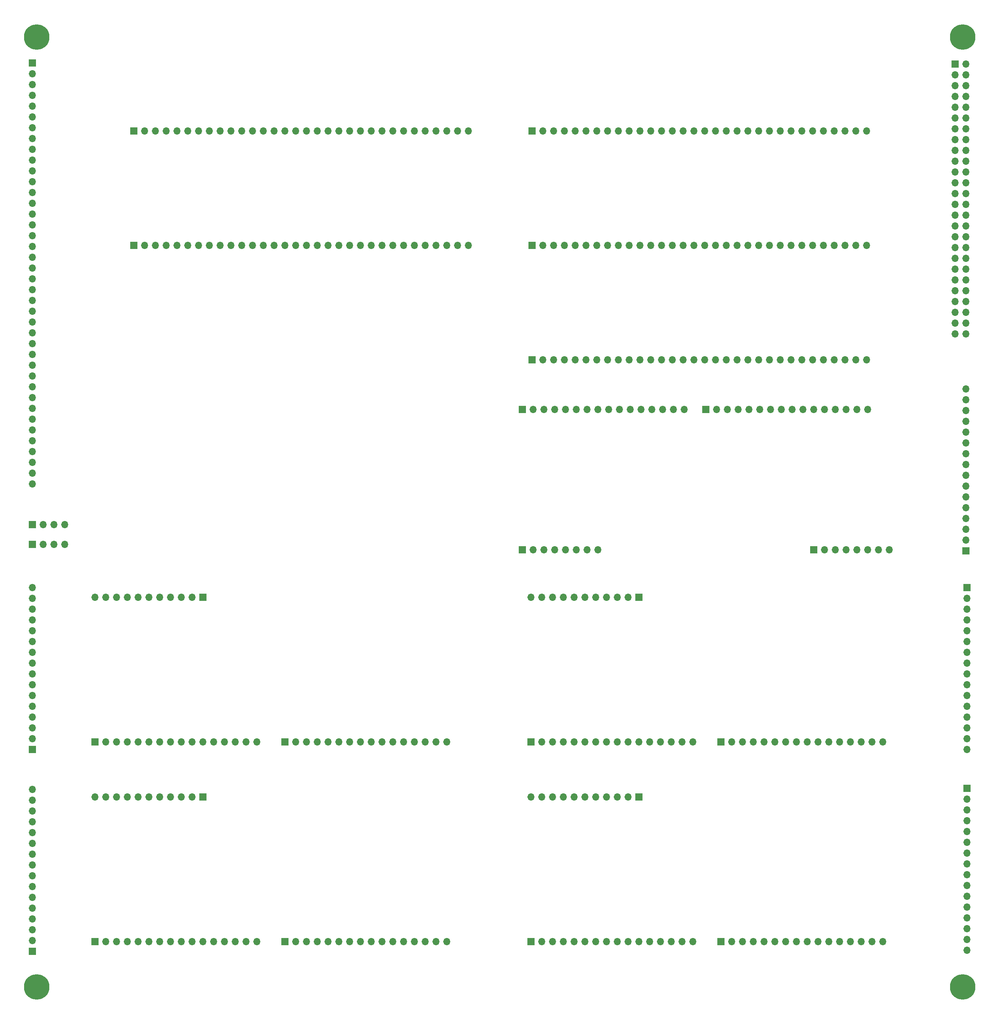
<source format=gbr>
%TF.GenerationSoftware,KiCad,Pcbnew,(5.1.10-1-10_14)*%
%TF.CreationDate,2021-11-15T06:29:26-05:00*%
%TF.ProjectId,FULL-assembly-backplane,46554c4c-2d61-4737-9365-6d626c792d62,rev?*%
%TF.SameCoordinates,Original*%
%TF.FileFunction,Soldermask,Bot*%
%TF.FilePolarity,Negative*%
%FSLAX46Y46*%
G04 Gerber Fmt 4.6, Leading zero omitted, Abs format (unit mm)*
G04 Created by KiCad (PCBNEW (5.1.10-1-10_14)) date 2021-11-15 06:29:26*
%MOMM*%
%LPD*%
G01*
G04 APERTURE LIST*
%ADD10O,1.700000X1.700000*%
%ADD11R,1.700000X1.700000*%
%ADD12C,6.000000*%
%ADD13C,0.800000*%
G04 APERTURE END LIST*
D10*
%TO.C,J24*%
X70612000Y-151560000D03*
X68072000Y-151560000D03*
X65532000Y-151560000D03*
D11*
X62992000Y-151560000D03*
%TD*%
D10*
%TO.C,J23*%
X70612000Y-156210000D03*
X68072000Y-156210000D03*
X65532000Y-156210000D03*
D11*
X62992000Y-156210000D03*
%TD*%
D10*
%TO.C,J22*%
X62992000Y-141986000D03*
X62992000Y-139446000D03*
X62992000Y-136906000D03*
X62992000Y-134366000D03*
X62992000Y-131826000D03*
X62992000Y-129286000D03*
X62992000Y-126746000D03*
X62992000Y-124206000D03*
X62992000Y-121666000D03*
X62992000Y-119126000D03*
X62992000Y-116586000D03*
X62992000Y-114046000D03*
X62992000Y-111506000D03*
X62992000Y-108966000D03*
X62992000Y-106426000D03*
X62992000Y-103886000D03*
X62992000Y-101346000D03*
X62992000Y-98806000D03*
X62992000Y-96266000D03*
X62992000Y-93726000D03*
X62992000Y-91186000D03*
X62992000Y-88646000D03*
X62992000Y-86106000D03*
X62992000Y-83566000D03*
X62992000Y-81026000D03*
X62992000Y-78486000D03*
X62992000Y-75946000D03*
X62992000Y-73406000D03*
X62992000Y-70866000D03*
X62992000Y-68326000D03*
X62992000Y-65786000D03*
X62992000Y-63246000D03*
X62992000Y-60706000D03*
X62992000Y-58166000D03*
X62992000Y-55626000D03*
X62992000Y-53086000D03*
X62992000Y-50546000D03*
X62992000Y-48006000D03*
X62992000Y-45466000D03*
D11*
X62992000Y-42926000D03*
%TD*%
D10*
%TO.C,J21*%
X77724000Y-215646000D03*
X80264000Y-215646000D03*
X82804000Y-215646000D03*
X85344000Y-215646000D03*
X87884000Y-215646000D03*
X90424000Y-215646000D03*
X92964000Y-215646000D03*
X95504000Y-215646000D03*
X98044000Y-215646000D03*
X100584000Y-215646000D03*
D11*
X103124000Y-215646000D03*
%TD*%
D10*
%TO.C,J20*%
X180340000Y-215646000D03*
X182880000Y-215646000D03*
X185420000Y-215646000D03*
X187960000Y-215646000D03*
X190500000Y-215646000D03*
X193040000Y-215646000D03*
X195580000Y-215646000D03*
X198120000Y-215646000D03*
X200660000Y-215646000D03*
X203200000Y-215646000D03*
D11*
X205740000Y-215646000D03*
%TD*%
D10*
%TO.C,J19*%
X180340000Y-168656000D03*
X182880000Y-168656000D03*
X185420000Y-168656000D03*
X187960000Y-168656000D03*
X190500000Y-168656000D03*
X193040000Y-168656000D03*
X195580000Y-168656000D03*
X198120000Y-168656000D03*
X200660000Y-168656000D03*
X203200000Y-168656000D03*
D11*
X205740000Y-168656000D03*
%TD*%
D10*
%TO.C,J18*%
X77724000Y-168656000D03*
X80264000Y-168656000D03*
X82804000Y-168656000D03*
X85344000Y-168656000D03*
X87884000Y-168656000D03*
X90424000Y-168656000D03*
X92964000Y-168656000D03*
X95504000Y-168656000D03*
X98044000Y-168656000D03*
X100584000Y-168656000D03*
D11*
X103124000Y-168656000D03*
%TD*%
D10*
%TO.C,J17*%
X282956000Y-251714000D03*
X282956000Y-249174000D03*
X282956000Y-246634000D03*
X282956000Y-244094000D03*
X282956000Y-241554000D03*
X282956000Y-239014000D03*
X282956000Y-236474000D03*
X282956000Y-233934000D03*
X282956000Y-231394000D03*
X282956000Y-228854000D03*
X282956000Y-226314000D03*
X282956000Y-223774000D03*
X282956000Y-221234000D03*
X282956000Y-218694000D03*
X282956000Y-216154000D03*
D11*
X282956000Y-213614000D03*
%TD*%
D10*
%TO.C,J16*%
X218440000Y-249682000D03*
X215900000Y-249682000D03*
X213360000Y-249682000D03*
X210820000Y-249682000D03*
X208280000Y-249682000D03*
X205740000Y-249682000D03*
X203200000Y-249682000D03*
X200660000Y-249682000D03*
X198120000Y-249682000D03*
X195580000Y-249682000D03*
X193040000Y-249682000D03*
X190500000Y-249682000D03*
X187960000Y-249682000D03*
X185420000Y-249682000D03*
X182880000Y-249682000D03*
D11*
X180340000Y-249682000D03*
%TD*%
D10*
%TO.C,J15*%
X263144000Y-249682000D03*
X260604000Y-249682000D03*
X258064000Y-249682000D03*
X255524000Y-249682000D03*
X252984000Y-249682000D03*
X250444000Y-249682000D03*
X247904000Y-249682000D03*
X245364000Y-249682000D03*
X242824000Y-249682000D03*
X240284000Y-249682000D03*
X237744000Y-249682000D03*
X235204000Y-249682000D03*
X232664000Y-249682000D03*
X230124000Y-249682000D03*
X227584000Y-249682000D03*
D11*
X225044000Y-249682000D03*
%TD*%
D10*
%TO.C,J14*%
X62992000Y-213868000D03*
X62992000Y-216408000D03*
X62992000Y-218948000D03*
X62992000Y-221488000D03*
X62992000Y-224028000D03*
X62992000Y-226568000D03*
X62992000Y-229108000D03*
X62992000Y-231648000D03*
X62992000Y-234188000D03*
X62992000Y-236728000D03*
X62992000Y-239268000D03*
X62992000Y-241808000D03*
X62992000Y-244348000D03*
X62992000Y-246888000D03*
X62992000Y-249428000D03*
D11*
X62992000Y-251968000D03*
%TD*%
D10*
%TO.C,J13*%
X115824000Y-249682000D03*
X113284000Y-249682000D03*
X110744000Y-249682000D03*
X108204000Y-249682000D03*
X105664000Y-249682000D03*
X103124000Y-249682000D03*
X100584000Y-249682000D03*
X98044000Y-249682000D03*
X95504000Y-249682000D03*
X92964000Y-249682000D03*
X90424000Y-249682000D03*
X87884000Y-249682000D03*
X85344000Y-249682000D03*
X82804000Y-249682000D03*
X80264000Y-249682000D03*
D11*
X77724000Y-249682000D03*
%TD*%
D10*
%TO.C,J12*%
X160528000Y-249682000D03*
X157988000Y-249682000D03*
X155448000Y-249682000D03*
X152908000Y-249682000D03*
X150368000Y-249682000D03*
X147828000Y-249682000D03*
X145288000Y-249682000D03*
X142748000Y-249682000D03*
X140208000Y-249682000D03*
X137668000Y-249682000D03*
X135128000Y-249682000D03*
X132588000Y-249682000D03*
X130048000Y-249682000D03*
X127508000Y-249682000D03*
X124968000Y-249682000D03*
D11*
X122428000Y-249682000D03*
%TD*%
D10*
%TO.C,J11*%
X282956000Y-204470000D03*
X282956000Y-201930000D03*
X282956000Y-199390000D03*
X282956000Y-196850000D03*
X282956000Y-194310000D03*
X282956000Y-191770000D03*
X282956000Y-189230000D03*
X282956000Y-186690000D03*
X282956000Y-184150000D03*
X282956000Y-181610000D03*
X282956000Y-179070000D03*
X282956000Y-176530000D03*
X282956000Y-173990000D03*
X282956000Y-171450000D03*
X282956000Y-168910000D03*
D11*
X282956000Y-166370000D03*
%TD*%
D10*
%TO.C,J10*%
X218440000Y-202692000D03*
X215900000Y-202692000D03*
X213360000Y-202692000D03*
X210820000Y-202692000D03*
X208280000Y-202692000D03*
X205740000Y-202692000D03*
X203200000Y-202692000D03*
X200660000Y-202692000D03*
X198120000Y-202692000D03*
X195580000Y-202692000D03*
X193040000Y-202692000D03*
X190500000Y-202692000D03*
X187960000Y-202692000D03*
X185420000Y-202692000D03*
X182880000Y-202692000D03*
D11*
X180340000Y-202692000D03*
%TD*%
D10*
%TO.C,J9*%
X263144000Y-202692000D03*
X260604000Y-202692000D03*
X258064000Y-202692000D03*
X255524000Y-202692000D03*
X252984000Y-202692000D03*
X250444000Y-202692000D03*
X247904000Y-202692000D03*
X245364000Y-202692000D03*
X242824000Y-202692000D03*
X240284000Y-202692000D03*
X237744000Y-202692000D03*
X235204000Y-202692000D03*
X232664000Y-202692000D03*
X230124000Y-202692000D03*
X227584000Y-202692000D03*
D11*
X225044000Y-202692000D03*
%TD*%
D10*
%TO.C,J8*%
X62992000Y-166370000D03*
X62992000Y-168910000D03*
X62992000Y-171450000D03*
X62992000Y-173990000D03*
X62992000Y-176530000D03*
X62992000Y-179070000D03*
X62992000Y-181610000D03*
X62992000Y-184150000D03*
X62992000Y-186690000D03*
X62992000Y-189230000D03*
X62992000Y-191770000D03*
X62992000Y-194310000D03*
X62992000Y-196850000D03*
X62992000Y-199390000D03*
X62992000Y-201930000D03*
D11*
X62992000Y-204470000D03*
%TD*%
D10*
%TO.C,J7*%
X115824000Y-202692000D03*
X113284000Y-202692000D03*
X110744000Y-202692000D03*
X108204000Y-202692000D03*
X105664000Y-202692000D03*
X103124000Y-202692000D03*
X100584000Y-202692000D03*
X98044000Y-202692000D03*
X95504000Y-202692000D03*
X92964000Y-202692000D03*
X90424000Y-202692000D03*
X87884000Y-202692000D03*
X85344000Y-202692000D03*
X82804000Y-202692000D03*
X80264000Y-202692000D03*
D11*
X77724000Y-202692000D03*
%TD*%
D10*
%TO.C,J6*%
X160528000Y-202692000D03*
X157988000Y-202692000D03*
X155448000Y-202692000D03*
X152908000Y-202692000D03*
X150368000Y-202692000D03*
X147828000Y-202692000D03*
X145288000Y-202692000D03*
X142748000Y-202692000D03*
X140208000Y-202692000D03*
X137668000Y-202692000D03*
X135128000Y-202692000D03*
X132588000Y-202692000D03*
X130048000Y-202692000D03*
X127508000Y-202692000D03*
X124968000Y-202692000D03*
D11*
X122428000Y-202692000D03*
%TD*%
D10*
%TO.C,J5*%
X282702000Y-119634000D03*
X282702000Y-122174000D03*
X282702000Y-124714000D03*
X282702000Y-127254000D03*
X282702000Y-129794000D03*
X282702000Y-132334000D03*
X282702000Y-134874000D03*
X282702000Y-137414000D03*
X282702000Y-139954000D03*
X282702000Y-142494000D03*
X282702000Y-145034000D03*
X282702000Y-147574000D03*
X282702000Y-150114000D03*
X282702000Y-152654000D03*
X282702000Y-155194000D03*
D11*
X282702000Y-157734000D03*
%TD*%
D10*
%TO.C,J4*%
X264668000Y-157480000D03*
X262128000Y-157480000D03*
X259588000Y-157480000D03*
X257048000Y-157480000D03*
X254508000Y-157480000D03*
X251968000Y-157480000D03*
X249428000Y-157480000D03*
D11*
X246888000Y-157480000D03*
%TD*%
D10*
%TO.C,J3*%
X196088000Y-157480000D03*
X193548000Y-157480000D03*
X191008000Y-157480000D03*
X188468000Y-157480000D03*
X185928000Y-157480000D03*
X183388000Y-157480000D03*
X180848000Y-157480000D03*
D11*
X178308000Y-157480000D03*
%TD*%
D10*
%TO.C,J2*%
X259588000Y-124460000D03*
X257048000Y-124460000D03*
X254508000Y-124460000D03*
X251968000Y-124460000D03*
X249428000Y-124460000D03*
X246888000Y-124460000D03*
X244348000Y-124460000D03*
X241808000Y-124460000D03*
X239268000Y-124460000D03*
X236728000Y-124460000D03*
X234188000Y-124460000D03*
X231648000Y-124460000D03*
X229108000Y-124460000D03*
X226568000Y-124460000D03*
X224028000Y-124460000D03*
D11*
X221488000Y-124460000D03*
%TD*%
D10*
%TO.C,J1*%
X216408000Y-124460000D03*
X213868000Y-124460000D03*
X211328000Y-124460000D03*
X208788000Y-124460000D03*
X206248000Y-124460000D03*
X203708000Y-124460000D03*
X201168000Y-124460000D03*
X198628000Y-124460000D03*
X196088000Y-124460000D03*
X193548000Y-124460000D03*
X191008000Y-124460000D03*
X188468000Y-124460000D03*
X185928000Y-124460000D03*
X183388000Y-124460000D03*
X180848000Y-124460000D03*
D11*
X178308000Y-124460000D03*
%TD*%
D10*
%TO.C,J37*%
X282702000Y-106680000D03*
X280162000Y-106680000D03*
X282702000Y-104140000D03*
X280162000Y-104140000D03*
X282702000Y-101600000D03*
X280162000Y-101600000D03*
X282702000Y-99060000D03*
X280162000Y-99060000D03*
X282702000Y-96520000D03*
X280162000Y-96520000D03*
X282702000Y-93980000D03*
X280162000Y-93980000D03*
X282702000Y-91440000D03*
X280162000Y-91440000D03*
X282702000Y-88900000D03*
X280162000Y-88900000D03*
X282702000Y-86360000D03*
X280162000Y-86360000D03*
X282702000Y-83820000D03*
X280162000Y-83820000D03*
X282702000Y-81280000D03*
X280162000Y-81280000D03*
X282702000Y-78740000D03*
X280162000Y-78740000D03*
X282702000Y-76200000D03*
X280162000Y-76200000D03*
X282702000Y-73660000D03*
X280162000Y-73660000D03*
X282702000Y-71120000D03*
X280162000Y-71120000D03*
X282702000Y-68580000D03*
X280162000Y-68580000D03*
X282702000Y-66040000D03*
X280162000Y-66040000D03*
X282702000Y-63500000D03*
X280162000Y-63500000D03*
X282702000Y-60960000D03*
X280162000Y-60960000D03*
X282702000Y-58420000D03*
X280162000Y-58420000D03*
X282702000Y-55880000D03*
X280162000Y-55880000D03*
X282702000Y-53340000D03*
X280162000Y-53340000D03*
X282702000Y-50800000D03*
X280162000Y-50800000D03*
X282702000Y-48260000D03*
X280162000Y-48260000D03*
X282702000Y-45720000D03*
X280162000Y-45720000D03*
X282702000Y-43180000D03*
D11*
X280162000Y-43180000D03*
%TD*%
%TO.C,J33*%
X180594000Y-58928000D03*
D10*
X183134000Y-58928000D03*
X185674000Y-58928000D03*
X188214000Y-58928000D03*
X190754000Y-58928000D03*
X193294000Y-58928000D03*
X195834000Y-58928000D03*
X198374000Y-58928000D03*
X200914000Y-58928000D03*
X203454000Y-58928000D03*
X205994000Y-58928000D03*
X208534000Y-58928000D03*
X211074000Y-58928000D03*
X213614000Y-58928000D03*
X216154000Y-58928000D03*
X218694000Y-58928000D03*
X221234000Y-58928000D03*
X223774000Y-58928000D03*
X226314000Y-58928000D03*
X228854000Y-58928000D03*
X231394000Y-58928000D03*
X233934000Y-58928000D03*
X236474000Y-58928000D03*
X239014000Y-58928000D03*
X241554000Y-58928000D03*
X244094000Y-58928000D03*
X246634000Y-58928000D03*
X249174000Y-58928000D03*
X251714000Y-58928000D03*
X254254000Y-58928000D03*
X256794000Y-58928000D03*
X259334000Y-58928000D03*
%TD*%
D11*
%TO.C,J35*%
X180594000Y-85852000D03*
D10*
X183134000Y-85852000D03*
X185674000Y-85852000D03*
X188214000Y-85852000D03*
X190754000Y-85852000D03*
X193294000Y-85852000D03*
X195834000Y-85852000D03*
X198374000Y-85852000D03*
X200914000Y-85852000D03*
X203454000Y-85852000D03*
X205994000Y-85852000D03*
X208534000Y-85852000D03*
X211074000Y-85852000D03*
X213614000Y-85852000D03*
X216154000Y-85852000D03*
X218694000Y-85852000D03*
X221234000Y-85852000D03*
X223774000Y-85852000D03*
X226314000Y-85852000D03*
X228854000Y-85852000D03*
X231394000Y-85852000D03*
X233934000Y-85852000D03*
X236474000Y-85852000D03*
X239014000Y-85852000D03*
X241554000Y-85852000D03*
X244094000Y-85852000D03*
X246634000Y-85852000D03*
X249174000Y-85852000D03*
X251714000Y-85852000D03*
X254254000Y-85852000D03*
X256794000Y-85852000D03*
X259334000Y-85852000D03*
%TD*%
D11*
%TO.C,J34*%
X86868000Y-85852000D03*
D10*
X89408000Y-85852000D03*
X91948000Y-85852000D03*
X94488000Y-85852000D03*
X97028000Y-85852000D03*
X99568000Y-85852000D03*
X102108000Y-85852000D03*
X104648000Y-85852000D03*
X107188000Y-85852000D03*
X109728000Y-85852000D03*
X112268000Y-85852000D03*
X114808000Y-85852000D03*
X117348000Y-85852000D03*
X119888000Y-85852000D03*
X122428000Y-85852000D03*
X124968000Y-85852000D03*
X127508000Y-85852000D03*
X130048000Y-85852000D03*
X132588000Y-85852000D03*
X135128000Y-85852000D03*
X137668000Y-85852000D03*
X140208000Y-85852000D03*
X142748000Y-85852000D03*
X145288000Y-85852000D03*
X147828000Y-85852000D03*
X150368000Y-85852000D03*
X152908000Y-85852000D03*
X155448000Y-85852000D03*
X157988000Y-85852000D03*
X160528000Y-85852000D03*
X163068000Y-85852000D03*
X165608000Y-85852000D03*
%TD*%
D12*
%TO.C,REF\u002A\u002A*%
X64008000Y-36830000D03*
D13*
X66258000Y-36830000D03*
X65598990Y-38420990D03*
X64008000Y-39080000D03*
X62417010Y-38420990D03*
X61758000Y-36830000D03*
X62417010Y-35239010D03*
X64008000Y-34580000D03*
X65598990Y-35239010D03*
%TD*%
%TO.C,REF\u002A\u002A*%
X65598990Y-258759010D03*
X64008000Y-258100000D03*
X62417010Y-258759010D03*
X61758000Y-260350000D03*
X62417010Y-261940990D03*
X64008000Y-262600000D03*
X65598990Y-261940990D03*
X66258000Y-260350000D03*
D12*
X64008000Y-260350000D03*
%TD*%
%TO.C,REF\u002A\u002A*%
X281940000Y-260350000D03*
D13*
X284190000Y-260350000D03*
X283530990Y-261940990D03*
X281940000Y-262600000D03*
X280349010Y-261940990D03*
X279690000Y-260350000D03*
X280349010Y-258759010D03*
X281940000Y-258100000D03*
X283530990Y-258759010D03*
%TD*%
D11*
%TO.C,J36*%
X180594000Y-112776000D03*
D10*
X183134000Y-112776000D03*
X185674000Y-112776000D03*
X188214000Y-112776000D03*
X190754000Y-112776000D03*
X193294000Y-112776000D03*
X195834000Y-112776000D03*
X198374000Y-112776000D03*
X200914000Y-112776000D03*
X203454000Y-112776000D03*
X205994000Y-112776000D03*
X208534000Y-112776000D03*
X211074000Y-112776000D03*
X213614000Y-112776000D03*
X216154000Y-112776000D03*
X218694000Y-112776000D03*
X221234000Y-112776000D03*
X223774000Y-112776000D03*
X226314000Y-112776000D03*
X228854000Y-112776000D03*
X231394000Y-112776000D03*
X233934000Y-112776000D03*
X236474000Y-112776000D03*
X239014000Y-112776000D03*
X241554000Y-112776000D03*
X244094000Y-112776000D03*
X246634000Y-112776000D03*
X249174000Y-112776000D03*
X251714000Y-112776000D03*
X254254000Y-112776000D03*
X256794000Y-112776000D03*
X259334000Y-112776000D03*
%TD*%
D11*
%TO.C,J32*%
X86868000Y-58928000D03*
D10*
X89408000Y-58928000D03*
X91948000Y-58928000D03*
X94488000Y-58928000D03*
X97028000Y-58928000D03*
X99568000Y-58928000D03*
X102108000Y-58928000D03*
X104648000Y-58928000D03*
X107188000Y-58928000D03*
X109728000Y-58928000D03*
X112268000Y-58928000D03*
X114808000Y-58928000D03*
X117348000Y-58928000D03*
X119888000Y-58928000D03*
X122428000Y-58928000D03*
X124968000Y-58928000D03*
X127508000Y-58928000D03*
X130048000Y-58928000D03*
X132588000Y-58928000D03*
X135128000Y-58928000D03*
X137668000Y-58928000D03*
X140208000Y-58928000D03*
X142748000Y-58928000D03*
X145288000Y-58928000D03*
X147828000Y-58928000D03*
X150368000Y-58928000D03*
X152908000Y-58928000D03*
X155448000Y-58928000D03*
X157988000Y-58928000D03*
X160528000Y-58928000D03*
X163068000Y-58928000D03*
X165608000Y-58928000D03*
%TD*%
D13*
%TO.C,REF\u002A\u002A*%
X283530990Y-35239010D03*
X281940000Y-34580000D03*
X280349010Y-35239010D03*
X279690000Y-36830000D03*
X280349010Y-38420990D03*
X281940000Y-39080000D03*
X283530990Y-38420990D03*
X284190000Y-36830000D03*
D12*
X281940000Y-36830000D03*
%TD*%
M02*

</source>
